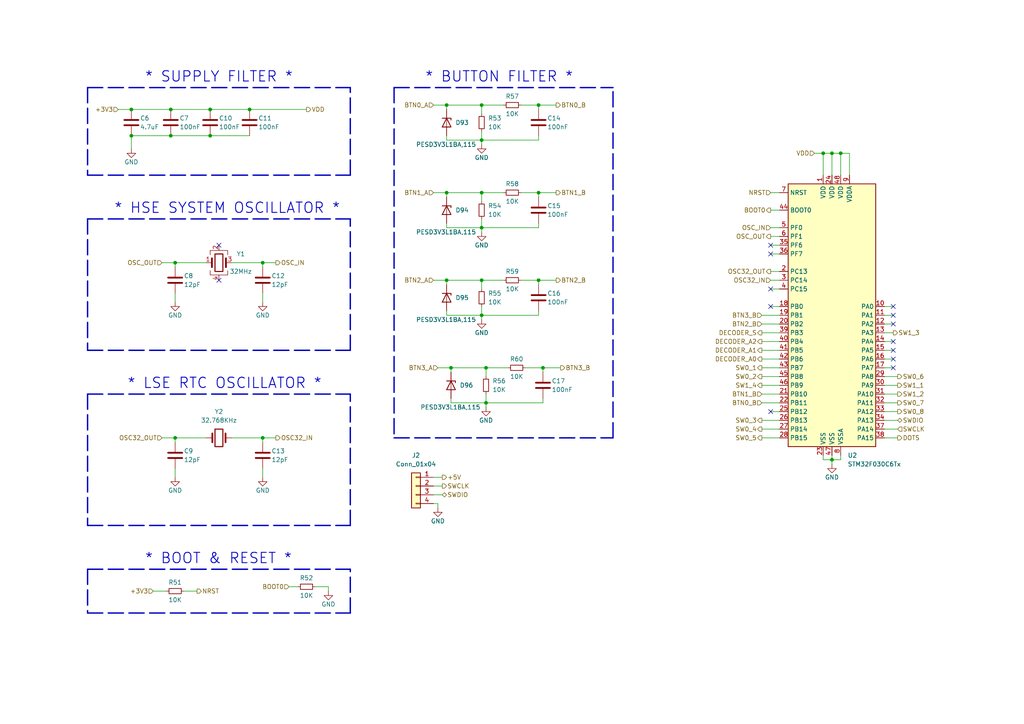
<source format=kicad_sch>
(kicad_sch (version 20211123) (generator eeschema)
  (paper "A4")
  (lib_symbols
    (symbol "Connector_Generic:Conn_01x04" (pin_names (offset 1.016) hide)
      (property "Reference" "J" (at 0 5.08 0))
      (property "Value" "Conn_01x04" (at 0 -7.62 0))
      (symbol "Conn_01x04_1_1"
        (rectangle (start -1.27 -4.953) (end 0 -5.207) (stroke (width 0.1524)))
        (rectangle (start -1.27 -2.413) (end 0 -2.667) (stroke (width 0.1524)))
        (rectangle (start -1.27 0.127) (end 0 -0.127) (stroke (width 0.1524)))
        (rectangle (start -1.27 2.667) (end 0 2.413) (stroke (width 0.1524)))
        (rectangle (start -1.27 3.81) (end 1.27 -6.35) (stroke (width 0.254)) (fill (type background)))
        (pin passive line (at -5.08 2.54 0) (length 3.81) (name "Pin_1") (number "1"))
        (pin passive line (at -5.08 0 0) (length 3.81) (name "Pin_2") (number "2"))
        (pin passive line (at -5.08 -2.54 0) (length 3.81) (name "Pin_3") (number "3"))
        (pin passive line (at -5.08 -5.08 0) (length 3.81) (name "Pin_4") (number "4"))
      )
    )
    (symbol "Device:C" (pin_numbers hide) (pin_names (offset 0.254))
      (property "Reference" "C" (at 0.635 2.54 0))
      (property "Value" "C" (at 0.635 -2.54 0))
      (symbol "C_0_1"
        (polyline (pts (xy -2.032 -0.762) (xy 2.032 -0.762)) (stroke (width 0.508)))
        (polyline (pts (xy -2.032 0.762) (xy 2.032 0.762)) (stroke (width 0.508)))
      )
      (symbol "C_1_1"
        (pin passive line (at 0 3.81 270) (length 2.794) (name "~") (number "1"))
        (pin passive line (at 0 -3.81 90) (length 2.794) (name "~") (number "2"))
      )
    )
    (symbol "Device:Crystal" (pin_numbers hide) (pin_names (offset 1.016) hide)
      (property "Reference" "Y" (at 0 3.81 0))
      (property "Value" "Crystal" (at 0 -3.81 0))
      (symbol "Crystal_0_1"
        (rectangle (start -1.143 2.54) (end 1.143 -2.54) (stroke (width 0.3048)))
        (polyline (pts (xy -2.54 0) (xy -1.905 0)))
        (polyline (pts (xy -1.905 -1.27) (xy -1.905 1.27)) (stroke (width 0.508)))
        (polyline (pts (xy 1.905 -1.27) (xy 1.905 1.27)) (stroke (width 0.508)))
        (polyline (pts (xy 2.54 0) (xy 1.905 0)))
      )
      (symbol "Crystal_1_1"
        (pin passive line (at -3.81 0 0) (length 1.27) (name "1") (number "1"))
        (pin passive line (at 3.81 0 180) (length 1.27) (name "2") (number "2"))
      )
    )
    (symbol "Device:Crystal_GND24" (pin_names (offset 1.016) hide)
      (property "Reference" "Y" (at 3.175 5.08 0))
      (property "Value" "Crystal_GND24" (at 3.175 3.175 0))
      (symbol "Crystal_GND24_0_1"
        (rectangle (start -1.143 2.54) (end 1.143 -2.54) (stroke (width 0.3048)))
        (polyline (pts (xy -2.54 0) (xy -2.032 0)))
        (polyline (pts (xy -2.032 -1.27) (xy -2.032 1.27)) (stroke (width 0.508)))
        (polyline (pts (xy 0 -3.81) (xy 0 -3.556)))
        (polyline (pts (xy 0 3.556) (xy 0 3.81)))
        (polyline (pts (xy 2.032 -1.27) (xy 2.032 1.27)) (stroke (width 0.508)))
        (polyline (pts (xy 2.032 0) (xy 2.54 0)))
        (polyline (pts (xy -2.54 -2.286) (xy -2.54 -3.556) (xy 2.54 -3.556) (xy 2.54 -2.286)))
        (polyline (pts (xy -2.54 2.286) (xy -2.54 3.556) (xy 2.54 3.556) (xy 2.54 2.286)))
      )
      (symbol "Crystal_GND24_1_1"
        (pin passive line (at -3.81 0 0) (length 1.27) (name "1") (number "1"))
        (pin passive line (at 0 5.08 270) (length 1.27) (name "2") (number "2"))
        (pin passive line (at 3.81 0 180) (length 1.27) (name "3") (number "3"))
        (pin passive line (at 0 -5.08 90) (length 1.27) (name "4") (number "4"))
      )
    )
    (symbol "Device:R_Small" (pin_numbers hide) (pin_names (offset 0.254) hide)
      (property "Reference" "R" (at 0.762 0.508 0))
      (property "Value" "R_Small" (at 0.762 -1.016 0))
      (symbol "R_Small_0_1"
        (rectangle (start -0.762 1.778) (end 0.762 -1.778) (stroke (width 0.2032)))
      )
      (symbol "R_Small_1_1"
        (pin passive line (at 0 2.54 270) (length 0.762) (name "~") (number "1"))
        (pin passive line (at 0 -2.54 90) (length 0.762) (name "~") (number "2"))
      )
    )
    (symbol "Diode:ESD5Zxx" (pin_numbers hide) (pin_names hide)
      (property "Reference" "D" (at 0 2.54 0))
      (property "Value" "ESD5Zxx" (at 0 -2.54 0))
      (symbol "ESD5Zxx_0_1"
        (polyline (pts (xy 1.27 0) (xy -1.27 0)))
        (polyline (pts (xy -1.27 -1.27) (xy -1.27 1.27) (xy -0.762 1.27)) (stroke (width 0.254)))
        (polyline (pts (xy 1.27 -1.27) (xy 1.27 1.27) (xy -1.27 0) (xy 1.27 -1.27)) (stroke (width 0.254)))
      )
      (symbol "ESD5Zxx_1_1"
        (pin passive line (at -3.81 0 0) (length 2.54) (name "K") (number "1"))
        (pin passive line (at 3.81 0 180) (length 2.54) (name "A") (number "2"))
      )
    )
    (symbol "MCU_ST_STM32F0:STM32F030C6Tx"
      (property "Reference" "U" (at -12.7 39.37 0))
      (property "Value" "STM32F030C6Tx" (at 7.62 39.37 0))
      (symbol "STM32F030C6Tx_0_1"
        (rectangle (start -12.7 -38.1) (end 12.7 38.1) (stroke (width 0.254)) (fill (type background)))
      )
      (symbol "STM32F030C6Tx_1_1"
        (pin power_in line (at -2.54 40.64 270) (length 2.54) (name "VDD") (number "1"))
        (pin bidirectional line (at 15.24 2.54 180) (length 2.54) (name "PA0") (number "10"))
        (pin bidirectional line (at 15.24 0 180) (length 2.54) (name "PA1") (number "11"))
        (pin bidirectional line (at 15.24 -2.54 180) (length 2.54) (name "PA2") (number "12"))
        (pin bidirectional line (at 15.24 -5.08 180) (length 2.54) (name "PA3") (number "13"))
        (pin bidirectional line (at 15.24 -7.62 180) (length 2.54) (name "PA4") (number "14"))
        (pin bidirectional line (at 15.24 -10.16 180) (length 2.54) (name "PA5") (number "15"))
        (pin bidirectional line (at 15.24 -12.7 180) (length 2.54) (name "PA6") (number "16"))
        (pin bidirectional line (at 15.24 -15.24 180) (length 2.54) (name "PA7") (number "17"))
        (pin bidirectional line (at -15.24 2.54 0) (length 2.54) (name "PB0") (number "18"))
        (pin bidirectional line (at -15.24 0 0) (length 2.54) (name "PB1") (number "19"))
        (pin bidirectional line (at -15.24 12.7 0) (length 2.54) (name "PC13") (number "2"))
        (pin bidirectional line (at -15.24 -2.54 0) (length 2.54) (name "PB2") (number "20"))
        (pin bidirectional line (at -15.24 -22.86 0) (length 2.54) (name "PB10") (number "21"))
        (pin bidirectional line (at -15.24 -25.4 0) (length 2.54) (name "PB11") (number "22"))
        (pin power_in line (at -2.54 -40.64 90) (length 2.54) (name "VSS") (number "23"))
        (pin power_in line (at 0 40.64 270) (length 2.54) (name "VDD") (number "24"))
        (pin bidirectional line (at -15.24 -27.94 0) (length 2.54) (name "PB12") (number "25"))
        (pin bidirectional line (at -15.24 -30.48 0) (length 2.54) (name "PB13") (number "26"))
        (pin bidirectional line (at -15.24 -33.02 0) (length 2.54) (name "PB14") (number "27"))
        (pin bidirectional line (at -15.24 -35.56 0) (length 2.54) (name "PB15") (number "28"))
        (pin bidirectional line (at 15.24 -17.78 180) (length 2.54) (name "PA8") (number "29"))
        (pin bidirectional line (at -15.24 10.16 0) (length 2.54) (name "PC14") (number "3"))
        (pin bidirectional line (at 15.24 -20.32 180) (length 2.54) (name "PA9") (number "30"))
        (pin bidirectional line (at 15.24 -22.86 180) (length 2.54) (name "PA10") (number "31"))
        (pin bidirectional line (at 15.24 -25.4 180) (length 2.54) (name "PA11") (number "32"))
        (pin bidirectional line (at 15.24 -27.94 180) (length 2.54) (name "PA12") (number "33"))
        (pin bidirectional line (at 15.24 -30.48 180) (length 2.54) (name "PA13") (number "34"))
        (pin bidirectional line (at -15.24 20.32 0) (length 2.54) (name "PF6") (number "35"))
        (pin bidirectional line (at -15.24 17.78 0) (length 2.54) (name "PF7") (number "36"))
        (pin bidirectional line (at 15.24 -33.02 180) (length 2.54) (name "PA14") (number "37"))
        (pin bidirectional line (at 15.24 -35.56 180) (length 2.54) (name "PA15") (number "38"))
        (pin bidirectional line (at -15.24 -5.08 0) (length 2.54) (name "PB3") (number "39"))
        (pin bidirectional line (at -15.24 7.62 0) (length 2.54) (name "PC15") (number "4"))
        (pin bidirectional line (at -15.24 -7.62 0) (length 2.54) (name "PB4") (number "40"))
        (pin bidirectional line (at -15.24 -10.16 0) (length 2.54) (name "PB5") (number "41"))
        (pin bidirectional line (at -15.24 -12.7 0) (length 2.54) (name "PB6") (number "42"))
        (pin bidirectional line (at -15.24 -15.24 0) (length 2.54) (name "PB7") (number "43"))
        (pin input line (at -15.24 30.48 0) (length 2.54) (name "BOOT0") (number "44"))
        (pin bidirectional line (at -15.24 -17.78 0) (length 2.54) (name "PB8") (number "45"))
        (pin bidirectional line (at -15.24 -20.32 0) (length 2.54) (name "PB9") (number "46"))
        (pin power_in line (at 0 -40.64 90) (length 2.54) (name "VSS") (number "47"))
        (pin power_in line (at 2.54 40.64 270) (length 2.54) (name "VDD") (number "48"))
        (pin input line (at -15.24 25.4 0) (length 2.54) (name "PF0") (number "5"))
        (pin input line (at -15.24 22.86 0) (length 2.54) (name "PF1") (number "6"))
        (pin input line (at -15.24 35.56 0) (length 2.54) (name "NRST") (number "7"))
        (pin power_in line (at 2.54 -40.64 90) (length 2.54) (name "VSSA") (number "8"))
        (pin power_in line (at 5.08 40.64 270) (length 2.54) (name "VDDA") (number "9"))
      )
    )
    (symbol "power:GND" (power) (pin_names (offset 0))
      (property "Value" "GND" (at 0 -3.81 0))
      (symbol "GND_0_1"
        (polyline (pts (xy 0 0) (xy 0 -1.27) (xy 1.27 -1.27) (xy 0 -2.54) (xy -1.27 -1.27) (xy 0 -1.27)))
      )
      (symbol "GND_1_1"
        (pin power_in line (at 0 0 270) (length 0) hide (name "GND") (number "1"))
      )
    )
  )
  (junction (at 76.2 76.2))
  (junction (at 139.7 55.88))
  (junction (at 139.7 66.04))
  (junction (at 49.53 39.37))
  (junction (at 139.7 40.64))
  (junction (at 72.39 31.75))
  (junction (at 241.3 44.45))
  (junction (at 157.48 106.68))
  (junction (at 156.21 30.48))
  (junction (at 156.21 81.28))
  (junction (at 241.3 133.35))
  (junction (at 49.53 31.75))
  (junction (at 139.7 91.44))
  (junction (at 130.81 106.68))
  (junction (at 60.96 31.75))
  (junction (at 140.97 116.84))
  (junction (at 129.54 55.88))
  (junction (at 76.2 127))
  (junction (at 50.8 76.2))
  (junction (at 139.7 30.48))
  (junction (at 243.84 44.45))
  (junction (at 38.1 31.75))
  (junction (at 60.96 39.37))
  (junction (at 140.97 106.68))
  (junction (at 50.8 127))
  (junction (at 238.76 44.45))
  (junction (at 38.1 39.37))
  (junction (at 139.7 81.28))
  (junction (at 129.54 81.28))
  (junction (at 156.21 55.88))
  (junction (at 129.54 30.48))
  (no_connect (at 259.08 93.98))
  (no_connect (at 63.5 81.28))
  (no_connect (at 223.52 119.38))
  (no_connect (at 63.5 71.12))
  (no_connect (at 259.08 88.9))
  (no_connect (at 223.52 83.82))
  (no_connect (at 223.52 71.12))
  (no_connect (at 259.08 91.44))
  (no_connect (at 223.52 73.66))
  (no_connect (at 259.08 101.6))
  (no_connect (at 259.08 99.06))
  (no_connect (at 223.52 88.9))
  (no_connect (at 259.08 104.14))
  (no_connect (at 259.08 106.68))
  (wire (pts (xy 220.98 109.22) (xy 226.06 109.22)))
  (wire (pts (xy 129.54 30.48) (xy 129.54 31.75)))
  (wire (pts (xy 223.52 71.12) (xy 226.06 71.12)))
  (wire (pts (xy 129.54 66.04) (xy 139.7 66.04)))
  (wire (pts (xy 223.52 68.58) (xy 226.06 68.58)))
  (wire (pts (xy 259.08 93.98) (xy 256.54 93.98)))
  (wire (pts (xy 139.7 88.9) (xy 139.7 91.44)))
  (wire (pts (xy 129.54 91.44) (xy 139.7 91.44)))
  (wire (pts (xy 243.84 44.45) (xy 243.84 50.8)))
  (wire (pts (xy 140.97 114.3) (xy 140.97 116.84)))
  (wire (pts (xy 236.22 44.45) (xy 238.76 44.45)))
  (wire (pts (xy 220.98 106.68) (xy 226.06 106.68)))
  (wire (pts (xy 223.52 73.66) (xy 226.06 73.66)))
  (wire (pts (xy 139.7 55.88) (xy 139.7 58.42)))
  (wire (pts (xy 238.76 44.45) (xy 238.76 50.8)))
  (wire (pts (xy 246.38 44.45) (xy 246.38 50.8)))
  (wire (pts (xy 125.73 143.51) (xy 128.27 143.51)))
  (wire (pts (xy 140.97 106.68) (xy 147.32 106.68)))
  (wire (pts (xy 156.21 66.04) (xy 156.21 64.77)))
  (wire (pts (xy 256.54 114.3) (xy 260.35 114.3)))
  (wire (pts (xy 91.44 170.18) (xy 95.25 170.18)))
  (wire (pts (xy 256.54 127) (xy 260.35 127)))
  (wire (pts (xy 139.7 91.44) (xy 156.21 91.44)))
  (wire (pts (xy 156.21 55.88) (xy 156.21 57.15)))
  (wire (pts (xy 256.54 124.46) (xy 260.35 124.46)))
  (wire (pts (xy 220.98 104.14) (xy 226.06 104.14)))
  (wire (pts (xy 127 146.05) (xy 125.73 146.05)))
  (polyline (pts (xy 114.3 25.4) (xy 177.8 25.4)) (stroke (width 0.4)))
  (wire (pts (xy 130.81 116.84) (xy 140.97 116.84)))
  (wire (pts (xy 259.08 104.14) (xy 256.54 104.14)))
  (wire (pts (xy 72.39 31.75) (xy 88.9 31.75)))
  (wire (pts (xy 125.73 30.48) (xy 129.54 30.48)))
  (wire (pts (xy 76.2 76.2) (xy 80.01 76.2)))
  (wire (pts (xy 260.35 109.22) (xy 256.54 109.22)))
  (polyline (pts (xy 114.3 25.4) (xy 114.3 127)) (stroke (width 0.4)))
  (wire (pts (xy 220.98 111.76) (xy 226.06 111.76)))
  (wire (pts (xy 50.8 135.89) (xy 50.8 138.43)))
  (wire (pts (xy 139.7 81.28) (xy 139.7 83.82)))
  (wire (pts (xy 140.97 106.68) (xy 140.97 109.22)))
  (wire (pts (xy 76.2 127) (xy 80.01 127)))
  (wire (pts (xy 238.76 132.08) (xy 238.76 133.35)))
  (wire (pts (xy 156.21 30.48) (xy 156.21 31.75)))
  (wire (pts (xy 157.48 116.84) (xy 157.48 115.57)))
  (wire (pts (xy 220.98 101.6) (xy 226.06 101.6)))
  (wire (pts (xy 139.7 81.28) (xy 146.05 81.28)))
  (wire (pts (xy 220.98 96.52) (xy 226.06 96.52)))
  (wire (pts (xy 226.06 127) (xy 220.98 127)))
  (wire (pts (xy 156.21 81.28) (xy 161.29 81.28)))
  (polyline (pts (xy 101.6 101.6) (xy 101.6 63.5)) (stroke (width 0.4)))
  (wire (pts (xy 243.84 133.35) (xy 243.84 132.08)))
  (wire (pts (xy 129.54 55.88) (xy 139.7 55.88)))
  (wire (pts (xy 139.7 41.91) (xy 139.7 40.64)))
  (polyline (pts (xy 25.4 101.6) (xy 101.6 101.6)) (stroke (width 0.4)))
  (wire (pts (xy 139.7 63.5) (xy 139.7 66.04)))
  (wire (pts (xy 151.13 55.88) (xy 156.21 55.88)))
  (wire (pts (xy 125.73 55.88) (xy 129.54 55.88)))
  (wire (pts (xy 238.76 44.45) (xy 241.3 44.45)))
  (wire (pts (xy 129.54 81.28) (xy 139.7 81.28)))
  (wire (pts (xy 140.97 118.11) (xy 140.97 116.84)))
  (polyline (pts (xy 25.4 25.4) (xy 25.4 50.8)) (stroke (width 0.4)))
  (wire (pts (xy 140.97 116.84) (xy 157.48 116.84)))
  (wire (pts (xy 220.98 116.84) (xy 226.06 116.84)))
  (wire (pts (xy 129.54 30.48) (xy 139.7 30.48)))
  (wire (pts (xy 259.08 101.6) (xy 256.54 101.6)))
  (polyline (pts (xy 25.4 114.3) (xy 25.4 152.4)) (stroke (width 0.4)))
  (wire (pts (xy 223.52 66.04) (xy 226.06 66.04)))
  (wire (pts (xy 130.81 106.68) (xy 130.81 107.95)))
  (polyline (pts (xy 177.8 127) (xy 177.8 25.4)) (stroke (width 0.4)))
  (wire (pts (xy 157.48 106.68) (xy 162.56 106.68)))
  (wire (pts (xy 130.81 106.68) (xy 140.97 106.68)))
  (wire (pts (xy 139.7 92.71) (xy 139.7 91.44)))
  (wire (pts (xy 156.21 91.44) (xy 156.21 90.17)))
  (wire (pts (xy 223.52 55.88) (xy 226.06 55.88)))
  (wire (pts (xy 95.25 170.18) (xy 95.25 171.45)))
  (wire (pts (xy 50.8 77.47) (xy 50.8 76.2)))
  (wire (pts (xy 256.54 119.38) (xy 260.35 119.38)))
  (wire (pts (xy 259.08 99.06) (xy 256.54 99.06)))
  (wire (pts (xy 259.08 106.68) (xy 256.54 106.68)))
  (wire (pts (xy 76.2 135.89) (xy 76.2 138.43)))
  (wire (pts (xy 151.13 30.48) (xy 156.21 30.48)))
  (wire (pts (xy 243.84 44.45) (xy 246.38 44.45)))
  (wire (pts (xy 76.2 77.47) (xy 76.2 76.2)))
  (wire (pts (xy 223.52 78.74) (xy 226.06 78.74)))
  (wire (pts (xy 129.54 40.64) (xy 139.7 40.64)))
  (wire (pts (xy 129.54 66.04) (xy 129.54 64.77)))
  (wire (pts (xy 129.54 91.44) (xy 129.54 90.17)))
  (wire (pts (xy 46.99 127) (xy 50.8 127)))
  (wire (pts (xy 259.08 96.52) (xy 256.54 96.52)))
  (wire (pts (xy 256.54 121.92) (xy 260.35 121.92)))
  (wire (pts (xy 125.73 138.43) (xy 128.27 138.43)))
  (wire (pts (xy 38.1 39.37) (xy 49.53 39.37)))
  (wire (pts (xy 223.52 60.96) (xy 226.06 60.96)))
  (wire (pts (xy 34.29 31.75) (xy 38.1 31.75)))
  (polyline (pts (xy 25.4 114.3) (xy 101.6 114.3)) (stroke (width 0.4)))
  (wire (pts (xy 241.3 50.8) (xy 241.3 44.45)))
  (wire (pts (xy 130.81 116.84) (xy 130.81 115.57)))
  (polyline (pts (xy 25.4 50.8) (xy 101.6 50.8)) (stroke (width 0.4)))
  (wire (pts (xy 256.54 116.84) (xy 260.35 116.84)))
  (polyline (pts (xy 25.4 152.4) (xy 101.6 152.4)) (stroke (width 0.4)))
  (polyline (pts (xy 25.4 63.5) (xy 25.4 101.6)) (stroke (width 0.4)))
  (polyline (pts (xy 25.4 63.5) (xy 101.6 63.5)) (stroke (width 0.4)))
  (wire (pts (xy 49.53 31.75) (xy 60.96 31.75)))
  (wire (pts (xy 226.06 124.46) (xy 220.98 124.46)))
  (wire (pts (xy 223.52 88.9) (xy 226.06 88.9)))
  (wire (pts (xy 156.21 55.88) (xy 161.29 55.88)))
  (polyline (pts (xy 25.4 25.4) (xy 101.6 25.4)) (stroke (width 0.4)))
  (polyline (pts (xy 25.4 165.1) (xy 25.4 177.8)) (stroke (width 0.4)))
  (wire (pts (xy 139.7 30.48) (xy 139.7 33.02)))
  (wire (pts (xy 238.76 133.35) (xy 241.3 133.35)))
  (wire (pts (xy 156.21 81.28) (xy 156.21 82.55)))
  (wire (pts (xy 46.99 76.2) (xy 50.8 76.2)))
  (wire (pts (xy 50.8 85.09) (xy 50.8 87.63)))
  (wire (pts (xy 156.21 40.64) (xy 156.21 39.37)))
  (wire (pts (xy 241.3 44.45) (xy 243.84 44.45)))
  (wire (pts (xy 57.15 171.45) (xy 53.34 171.45)))
  (wire (pts (xy 139.7 66.04) (xy 156.21 66.04)))
  (wire (pts (xy 241.3 133.35) (xy 241.3 134.62)))
  (wire (pts (xy 49.53 39.37) (xy 60.96 39.37)))
  (wire (pts (xy 259.08 88.9) (xy 256.54 88.9)))
  (polyline (pts (xy 101.6 152.4) (xy 101.6 114.3)) (stroke (width 0.4)))
  (polyline (pts (xy 114.3 127) (xy 177.8 127)) (stroke (width 0.4)))
  (wire (pts (xy 129.54 81.28) (xy 129.54 82.55)))
  (polyline (pts (xy 101.6 177.8) (xy 101.6 165.1)) (stroke (width 0.4)))
  (wire (pts (xy 220.98 99.06) (xy 226.06 99.06)))
  (wire (pts (xy 220.98 93.98) (xy 226.06 93.98)))
  (polyline (pts (xy 101.6 50.8) (xy 101.6 25.4)) (stroke (width 0.4)))
  (wire (pts (xy 76.2 85.09) (xy 76.2 87.63)))
  (wire (pts (xy 223.52 81.28) (xy 226.06 81.28)))
  (wire (pts (xy 129.54 55.88) (xy 129.54 57.15)))
  (wire (pts (xy 226.06 121.92) (xy 220.98 121.92)))
  (wire (pts (xy 156.21 30.48) (xy 161.29 30.48)))
  (wire (pts (xy 241.3 133.35) (xy 243.84 133.35)))
  (wire (pts (xy 151.13 81.28) (xy 156.21 81.28)))
  (wire (pts (xy 125.73 81.28) (xy 129.54 81.28)))
  (wire (pts (xy 50.8 128.27) (xy 50.8 127)))
  (polyline (pts (xy 25.4 177.8) (xy 101.6 177.8)) (stroke (width 0.4)))
  (wire (pts (xy 220.98 91.44) (xy 226.06 91.44)))
  (wire (pts (xy 127 106.68) (xy 130.81 106.68)))
  (wire (pts (xy 86.36 170.18) (xy 83.82 170.18)))
  (wire (pts (xy 152.4 106.68) (xy 157.48 106.68)))
  (wire (pts (xy 67.31 76.2) (xy 76.2 76.2)))
  (wire (pts (xy 127 147.32) (xy 127 146.05)))
  (wire (pts (xy 139.7 55.88) (xy 146.05 55.88)))
  (wire (pts (xy 125.73 140.97) (xy 128.27 140.97)))
  (wire (pts (xy 157.48 106.68) (xy 157.48 107.95)))
  (wire (pts (xy 259.08 91.44) (xy 256.54 91.44)))
  (wire (pts (xy 76.2 128.27) (xy 76.2 127)))
  (wire (pts (xy 241.3 132.08) (xy 241.3 133.35)))
  (wire (pts (xy 38.1 31.75) (xy 49.53 31.75)))
  (wire (pts (xy 139.7 38.1) (xy 139.7 40.64)))
  (wire (pts (xy 139.7 40.64) (xy 156.21 40.64)))
  (wire (pts (xy 67.31 127) (xy 76.2 127)))
  (wire (pts (xy 220.98 114.3) (xy 226.06 114.3)))
  (wire (pts (xy 38.1 39.37) (xy 38.1 43.18)))
  (wire (pts (xy 256.54 111.76) (xy 260.35 111.76)))
  (wire (pts (xy 139.7 30.48) (xy 146.05 30.48)))
  (wire (pts (xy 60.96 31.75) (xy 72.39 31.75)))
  (wire (pts (xy 139.7 67.31) (xy 139.7 66.04)))
  (wire (pts (xy 223.52 83.82) (xy 226.06 83.82)))
  (wire (pts (xy 50.8 76.2) (xy 59.69 76.2)))
  (wire (pts (xy 48.26 171.45) (xy 44.45 171.45)))
  (wire (pts (xy 223.52 119.38) (xy 226.06 119.38)))
  (wire (pts (xy 129.54 40.64) (xy 129.54 39.37)))
  (wire (pts (xy 60.96 39.37) (xy 72.39 39.37)))
  (polyline (pts (xy 25.4 165.1) (xy 101.6 165.1)) (stroke (width 0.4)))
  (wire (pts (xy 50.8 127) (xy 59.69 127)))
  (text "* SUPPLY FILTER *" (at 41.91 24.13 0) (effects (font (size 3 3) (thickness 0.254) bold) (justify left bottom)))
  (text "* BUTTON FILTER *" (at 123.19 24.13 0) (effects (font (size 3 3) (thickness 0.254) bold) (justify left bottom)))
  (text "* BOOT & RESET *" (at 41.91 163.83 0) (effects (font (size 3 3) (thickness 0.254) bold) (justify left bottom)))
  (text "* HSE SYSTEM OSCILLATOR *" (at 33.02 62.23 0) (effects (font (size 3 3) (thickness 0.254) bold) (justify left bottom)))
  (text "* LSE RTC OSCILLATOR *" (at 36.83 113.03 0) (effects (font (size 3 3) (thickness 0.254) bold) (justify left bottom)))
  (hierarchical_label "SW0_5" (shape output) (at 220.98 127 180))
  (hierarchical_label "DOTS" (shape output) (at 260.35 127 0))
  (hierarchical_label "DECODER_A1" (shape output) (at 220.98 101.6 180))
  (hierarchical_label "+3V3" (shape input) (at 34.29 31.75 180))
  (hierarchical_label "OSC_OUT" (shape input) (at 46.99 76.2 180))
  (hierarchical_label "SW0_2" (shape output) (at 220.98 109.22 180))
  (hierarchical_label "OSC_OUT" (shape output) (at 223.52 68.58 180))
  (hierarchical_label "NRST" (shape output) (at 57.15 171.45 0))
  (hierarchical_label "OSC32_IN" (shape input) (at 223.52 81.28 180))
  (hierarchical_label "SWCLK" (shape input) (at 260.35 124.46 0))
  (hierarchical_label "SW0_8" (shape output) (at 260.35 119.38 0))
  (hierarchical_label "SWDIO" (shape bidirectional) (at 128.27 143.51 0))
  (hierarchical_label "BTN1_B" (shape output) (at 161.29 55.88 0))
  (hierarchical_label "SWDIO" (shape bidirectional) (at 260.35 121.92 0))
  (hierarchical_label "BTN2_B" (shape input) (at 220.98 93.98 180))
  (hierarchical_label "BTN3_B" (shape output) (at 162.56 106.68 0))
  (hierarchical_label "+3V3" (shape input) (at 44.45 171.45 180))
  (hierarchical_label "BTN2_B" (shape output) (at 161.29 81.28 0))
  (hierarchical_label "BTN1_B" (shape input) (at 220.98 114.3 180))
  (hierarchical_label "+5V" (shape output) (at 128.27 138.43 0))
  (hierarchical_label "DECODER_A2" (shape output) (at 220.98 99.06 180))
  (hierarchical_label "VDD" (shape output) (at 88.9 31.75 0))
  (hierarchical_label "VDD" (shape input) (at 236.22 44.45 180))
  (hierarchical_label "SW0_1" (shape output) (at 220.98 106.68 180))
  (hierarchical_label "OSC_IN" (shape input) (at 223.52 66.04 180))
  (hierarchical_label "SW1_3" (shape output) (at 259.08 96.52 0))
  (hierarchical_label "BTN1_A" (shape input) (at 125.73 55.88 180))
  (hierarchical_label "SW0_4" (shape output) (at 220.98 124.46 180))
  (hierarchical_label "DECODER_A0" (shape output) (at 220.98 104.14 180))
  (hierarchical_label "BTN3_B" (shape input) (at 220.98 91.44 180))
  (hierarchical_label "BTN0_B" (shape input) (at 220.98 116.84 180))
  (hierarchical_label "DECODER_S" (shape output) (at 220.98 96.52 180))
  (hierarchical_label "SW1_2" (shape output) (at 260.35 114.3 0))
  (hierarchical_label "BTN2_A" (shape input) (at 125.73 81.28 180))
  (hierarchical_label "BTN0_B" (shape output) (at 161.29 30.48 0))
  (hierarchical_label "SW1_4" (shape output) (at 220.98 111.76 180))
  (hierarchical_label "OSC32_IN" (shape output) (at 80.01 127 0))
  (hierarchical_label "NRST" (shape input) (at 223.52 55.88 180))
  (hierarchical_label "OSC32_OUT" (shape output) (at 223.52 78.74 180))
  (hierarchical_label "OSC32_OUT" (shape input) (at 46.99 127 180))
  (hierarchical_label "BOOT0" (shape input) (at 83.82 170.18 180))
  (hierarchical_label "SWCLK" (shape output) (at 128.27 140.97 0))
  (hierarchical_label "BTN0_A" (shape input) (at 125.73 30.48 180))
  (hierarchical_label "BOOT0" (shape output) (at 223.52 60.96 180))
  (hierarchical_label "SW0_3" (shape output) (at 220.98 121.92 180))
  (hierarchical_label "OSC_IN" (shape output) (at 80.01 76.2 0))
  (hierarchical_label "SW0_6" (shape output) (at 260.35 109.22 0))
  (hierarchical_label "SW0_7" (shape output) (at 260.35 116.84 0))
  (hierarchical_label "BTN3_A" (shape input) (at 127 106.68 180))
  (hierarchical_label "SW1_1" (shape output) (at 260.35 111.76 0))
  (symbol (lib_id "Device:C") (at 38.1 35.56 0) (unit 1)
    (property "Reference" "C6" (at 40.64 34.29 0) (effects (justify left)))
    (property "Value" "4.7uF" (at 40.64 36.83 0) (effects (justify left)))
    (property "Footprint" "Capacitor_SMD:C_0603_1608Metric" (effects hide))
    (property "Datasheet" "https://ozdisan.com/pasif-komponentler/kapasitorler/smt-smd-ve-mlcc-kapasitorler/CL10A475KP8NNNC/399400" (effects hide))
  )
  (symbol (lib_id "Device:R_Small") (at 50.8 171.45 270) (unit 1)
    (property "Reference" "R51" (at 50.8 168.91 90))
    (property "Value" "10K" (at 50.8 173.99 90))
    (property "Footprint" "Resistor_SMD:R_0603_1608Metric" (effects hide))
    (property "Datasheet" "https://ozdisan.com/pasif-komponentler/direncler/smt-smd-ve-cip-direncler/0603SAJ0103T5E/336243" (effects hide))
  )
  (symbol (lib_id "Device:R_Small") (at 148.59 30.48 90) (unit 1)
    (property "Reference" "R57" (at 148.59 27.94 90))
    (property "Value" "10K" (at 148.59 33.02 90))
    (property "Footprint" "Resistor_SMD:R_0603_1608Metric" (effects hide))
    (property "Datasheet" "https://ozdisan.com/pasif-komponentler/direncler/smt-smd-ve-cip-direncler/0603SAJ0103T5E/336243" (effects hide))
  )
  (symbol (lib_id "Device:C") (at 60.96 35.56 0) (unit 1)
    (property "Reference" "C10" (at 63.5 34.29 0) (effects (justify left)))
    (property "Value" "100nF" (at 63.5 36.83 0) (effects (justify left)))
    (property "Footprint" "Capacitor_SMD:C_0603_1608Metric" (effects hide))
    (property "Datasheet" "https://ozdisan.com/pasif-komponentler/kapasitorler/smt-smd-ve-mlcc-kapasitorler/CL10B104KO8NNNC/342155" (effects hide))
  )
  (symbol (lib_id "Device:C") (at 49.53 35.56 0) (unit 1)
    (property "Reference" "C7" (at 52.07 34.29 0) (effects (justify left)))
    (property "Value" "100nF" (at 52.07 36.83 0) (effects (justify left)))
    (property "Footprint" "Capacitor_SMD:C_0603_1608Metric" (effects hide))
    (property "Datasheet" "https://ozdisan.com/pasif-komponentler/kapasitorler/smt-smd-ve-mlcc-kapasitorler/CL10B104KO8NNNC/342155" (effects hide))
  )
  (symbol (lib_id "Device:C") (at 157.48 111.76 0) (unit 1)
    (property "Reference" "C17" (at 160.02 110.49 0) (effects (justify left)))
    (property "Value" "100nF" (at 160.02 113.03 0) (effects (justify left)))
    (property "Footprint" "Capacitor_SMD:C_0603_1608Metric" (effects hide))
    (property "Datasheet" "https://ozdisan.com/pasif-komponentler/kapasitorler/smt-smd-ve-mlcc-kapasitorler/CL10B104KO8NNNC/342155" (effects hide))
  )
  (symbol (lib_id "Device:R_Small") (at 88.9 170.18 270) (unit 1)
    (property "Reference" "R52" (at 88.9 167.64 90))
    (property "Value" "10K" (at 88.9 172.72 90))
    (property "Footprint" "Resistor_SMD:R_0603_1608Metric" (effects hide))
    (property "Datasheet" "https://ozdisan.com/pasif-komponentler/direncler/smt-smd-ve-cip-direncler/0603SAJ0103T5E/336243" (effects hide))
  )
  (symbol (lib_id "power:GND") (at 95.25 171.45 0) (unit 1)
    (property "Reference" "#PWR028" (effects hide))
    (property "Value" "GND" (at 95.25 175.26 0))
  )
  (symbol (lib_id "Diode:ESD5Zxx") (at 129.54 35.56 270) (unit 1)
    (property "Reference" "D93" (at 132.08 35.56 90) (effects (justify left)))
    (property "Value" "PESD3V3L1BA,115" (at 120.65 41.91 90) (effects (justify left)))
    (property "Footprint" "Diode_SMD:D_SOD-323_HandSoldering" (effects hide))
    (property "Datasheet" "https://ozdisan.com/guc-yari-iletkenleri/diyotlar-modul-diyotlar-ve-dogrultucular/tvs-diyotlar/PESD3V3L1BA115/423535" (effects hide))
  )
  (symbol (lib_id "Device:C") (at 156.21 60.96 0) (unit 1)
    (property "Reference" "C15" (at 158.75 59.69 0) (effects (justify left)))
    (property "Value" "100nF" (at 158.75 62.23 0) (effects (justify left)))
    (property "Footprint" "Capacitor_SMD:C_0603_1608Metric" (effects hide))
    (property "Datasheet" "https://ozdisan.com/pasif-komponentler/kapasitorler/smt-smd-ve-mlcc-kapasitorler/CL10B104KO8NNNC/342155" (effects hide))
  )
  (symbol (lib_id "Device:R_Small") (at 139.7 86.36 0) (unit 1)
    (property "Reference" "R55" (at 143.51 85.09 0))
    (property "Value" "10K" (at 143.51 87.63 0))
    (property "Footprint" "Resistor_SMD:R_0603_1608Metric" (effects hide))
    (property "Datasheet" "https://ozdisan.com/pasif-komponentler/direncler/smt-smd-ve-cip-direncler/0603SAJ0103T5E/336243" (effects hide))
  )
  (symbol (lib_id "Diode:ESD5Zxx") (at 129.54 60.96 270) (unit 1)
    (property "Reference" "D94" (at 132.08 60.96 90) (effects (justify left)))
    (property "Value" "PESD3V3L1BA,115" (at 120.65 67.31 90) (effects (justify left)))
    (property "Footprint" "Diode_SMD:D_SOD-323_HandSoldering" (effects hide))
    (property "Datasheet" "https://ozdisan.com/guc-yari-iletkenleri/diyotlar-modul-diyotlar-ve-dogrultucular/tvs-diyotlar/PESD3V3L1BA115/423535" (effects hide))
  )
  (symbol (lib_id "Connector_Generic:Conn_01x04") (at 120.65 140.97 0) (mirror y) (unit 1)
    (property "Reference" "J2" (at 120.65 132.08 0))
    (property "Value" "Conn_01x04" (at 120.65 134.62 0))
    (property "Footprint" "Connector_PinHeader_2.54mm:PinHeader_1x04_P2.54mm_Vertical" (effects hide))
  )
  (symbol (lib_id "power:GND") (at 139.7 41.91 0) (unit 1)
    (property "Reference" "#PWR030" (effects hide))
    (property "Value" "GND" (at 139.7 45.72 0))
  )
  (symbol (lib_id "power:GND") (at 50.8 87.63 0) (unit 1)
    (property "Reference" "#PWR024" (effects hide))
    (property "Value" "GND" (at 50.8 91.44 0))
  )
  (symbol (lib_id "Device:R_Small") (at 149.86 106.68 90) (unit 1)
    (property "Reference" "R60" (at 149.86 104.14 90))
    (property "Value" "10K" (at 149.86 109.22 90))
    (property "Footprint" "Resistor_SMD:R_0603_1608Metric" (effects hide))
    (property "Datasheet" "https://ozdisan.com/pasif-komponentler/direncler/smt-smd-ve-cip-direncler/0603SAJ0103T5E/336243" (effects hide))
  )
  (symbol (lib_id "Device:C") (at 76.2 81.28 0) (unit 1)
    (property "Reference" "C12" (at 78.74 80.01 0) (effects (justify left)))
    (property "Value" "12pF" (at 78.74 82.55 0) (effects (justify left)))
    (property "Footprint" "Capacitor_SMD:C_0603_1608Metric" (effects hide))
    (property "Datasheet" "https://ozdisan.com/pasif-komponentler/kapasitorler/smt-smd-ve-mlcc-kapasitorler/CL10C120JB8NNNC/339070" (effects hide))
  )
  (symbol (lib_id "Diode:ESD5Zxx") (at 130.81 111.76 270) (unit 1)
    (property "Reference" "D96" (at 133.35 111.76 90) (effects (justify left)))
    (property "Value" "PESD3V3L1BA,115" (at 121.92 118.11 90) (effects (justify left)))
    (property "Footprint" "Diode_SMD:D_SOD-323_HandSoldering" (effects hide))
    (property "Datasheet" "https://ozdisan.com/guc-yari-iletkenleri/diyotlar-modul-diyotlar-ve-dogrultucular/tvs-diyotlar/PESD3V3L1BA115/423535" (effects hide))
  )
  (symbol (lib_id "MCU_ST_STM32F0:STM32F030C6Tx") (at 241.3 91.44 0) (unit 1)
    (property "Reference" "U2" (at 245.8594 132.08 0) (effects (justify left)))
    (property "Value" "STM32F030C6Tx" (at 245.8594 134.62 0) (effects (justify left)))
    (property "Footprint" "Package_QFP:LQFP-48_7x7mm_P0.5mm" (effects hide))
    (property "Datasheet" "https://ozdisan.com/entegre-devreler-icler/embedded-entegreler/mikroislemciler/STM32F030C6T6/462740" (effects hide))
  )
  (symbol (lib_id "Device:Crystal_GND24") (at 63.5 76.2 0) (unit 1)
    (property "Reference" "Y1" (at 69.85 73.66 0))
    (property "Value" "32MHz" (at 69.85 78.74 0))
    (property "Footprint" "Crystal:Crystal_SMD_SeikoEpson_FA238-4Pin_3.2x2.5mm" (effects hide))
    (property "Datasheet" "https://ozdisan.com/pasif-komponentler/kristaller-osilatorler-ve-rezanatorler/kristaller/ASX3F-32M-FA100A4/428916" (effects hide))
  )
  (symbol (lib_id "power:GND") (at 139.7 92.71 0) (unit 1)
    (property "Reference" "#PWR032" (effects hide))
    (property "Value" "GND" (at 139.7 96.52 0))
  )
  (symbol (lib_id "Device:Crystal") (at 63.5 127 0) (unit 1)
    (property "Reference" "Y2" (at 63.5 119.38 0))
    (property "Value" "32.768KHz" (at 63.5 121.92 0))
    (property "Footprint" "Crystal:Crystal_SMD_3215-2Pin_3.2x1.5mm" (effects hide))
    (property "Datasheet" "https://ozdisan.com/pasif-komponentler/kristaller-osilatorler-ve-rezanatorler/kristaller/RT3215-32-768-12-5-TR/341643" (effects hide))
  )
  (symbol (lib_id "power:GND") (at 38.1 43.18 0) (unit 1)
    (property "Reference" "#PWR023" (effects hide))
    (property "Value" "GND" (at 38.1 46.99 0))
  )
  (symbol (lib_id "power:GND") (at 50.8 138.43 0) (unit 1)
    (property "Reference" "#PWR025" (effects hide))
    (property "Value" "GND" (at 50.8 142.24 0))
  )
  (symbol (lib_id "Device:R_Small") (at 140.97 111.76 0) (unit 1)
    (property "Reference" "R56" (at 144.78 110.49 0))
    (property "Value" "10K" (at 144.78 113.03 0))
    (property "Footprint" "Resistor_SMD:R_0603_1608Metric" (effects hide))
    (property "Datasheet" "https://ozdisan.com/pasif-komponentler/direncler/smt-smd-ve-cip-direncler/0603SAJ0103T5E/336243" (effects hide))
  )
  (symbol (lib_id "power:GND") (at 76.2 87.63 0) (unit 1)
    (property "Reference" "#PWR026" (effects hide))
    (property "Value" "GND" (at 76.2 91.44 0))
  )
  (symbol (lib_id "power:GND") (at 241.3 134.62 0) (unit 1)
    (property "Reference" "#PWR034" (effects hide))
    (property "Value" "GND" (at 241.3 138.43 0))
  )
  (symbol (lib_id "Device:C") (at 50.8 132.08 0) (unit 1)
    (property "Reference" "C9" (at 53.34 130.81 0) (effects (justify left)))
    (property "Value" "12pF" (at 53.34 133.35 0) (effects (justify left)))
    (property "Footprint" "Capacitor_SMD:C_0603_1608Metric" (effects hide))
    (property "Datasheet" "https://ozdisan.com/pasif-komponentler/kapasitorler/smt-smd-ve-mlcc-kapasitorler/CL10C120JB8NNNC/339070" (effects hide))
  )
  (symbol (lib_id "Device:R_Small") (at 139.7 35.56 0) (unit 1)
    (property "Reference" "R53" (at 143.51 34.29 0))
    (property "Value" "10K" (at 143.51 36.83 0))
    (property "Footprint" "Resistor_SMD:R_0603_1608Metric" (effects hide))
    (property "Datasheet" "https://ozdisan.com/pasif-komponentler/direncler/smt-smd-ve-cip-direncler/0603SAJ0103T5E/336243" (effects hide))
  )
  (symbol (lib_id "Device:R_Small") (at 148.59 81.28 90) (unit 1)
    (property "Reference" "R59" (at 148.59 78.74 90))
    (property "Value" "10K" (at 148.59 83.82 90))
    (property "Footprint" "Resistor_SMD:R_0603_1608Metric" (effects hide))
    (property "Datasheet" "https://ozdisan.com/pasif-komponentler/direncler/smt-smd-ve-cip-direncler/0603SAJ0103T5E/336243" (effects hide))
  )
  (symbol (lib_id "Device:C") (at 156.21 35.56 0) (unit 1)
    (property "Reference" "C14" (at 158.75 34.29 0) (effects (justify left)))
    (property "Value" "100nF" (at 158.75 36.83 0) (effects (justify left)))
    (property "Footprint" "Capacitor_SMD:C_0603_1608Metric" (effects hide))
    (property "Datasheet" "https://ozdisan.com/pasif-komponentler/kapasitorler/smt-smd-ve-mlcc-kapasitorler/CL10B104KO8NNNC/342155" (effects hide))
  )
  (symbol (lib_id "power:GND") (at 76.2 138.43 0) (unit 1)
    (property "Reference" "#PWR027" (effects hide))
    (property "Value" "GND" (at 76.2 142.24 0))
  )
  (symbol (lib_id "Device:C") (at 156.21 86.36 0) (unit 1)
    (property "Reference" "C16" (at 158.75 85.09 0) (effects (justify left)))
    (property "Value" "100nF" (at 158.75 87.63 0) (effects (justify left)))
    (property "Footprint" "Capacitor_SMD:C_0603_1608Metric" (effects hide))
    (property "Datasheet" "https://ozdisan.com/pasif-komponentler/kapasitorler/smt-smd-ve-mlcc-kapasitorler/CL10B104KO8NNNC/342155" (effects hide))
  )
  (symbol (lib_id "Device:R_Small") (at 148.59 55.88 90) (unit 1)
    (property "Reference" "R58" (at 148.59 53.34 90))
    (property "Value" "10K" (at 148.59 58.42 90))
    (property "Footprint" "Resistor_SMD:R_0603_1608Metric" (effects hide))
    (property "Datasheet" "https://ozdisan.com/pasif-komponentler/direncler/smt-smd-ve-cip-direncler/0603SAJ0103T5E/336243" (effects hide))
  )
  (symbol (lib_id "Device:C") (at 72.39 35.56 0) (unit 1)
    (property "Reference" "C11" (at 74.93 34.29 0) (effects (justify left)))
    (property "Value" "100nF" (at 74.93 36.83 0) (effects (justify left)))
    (property "Footprint" "Capacitor_SMD:C_0603_1608Metric" (effects hide))
    (property "Datasheet" "https://ozdisan.com/pasif-komponentler/kapasitorler/smt-smd-ve-mlcc-kapasitorler/CL10B104KO8NNNC/342155" (effects hide))
  )
  (symbol (lib_id "Diode:ESD5Zxx") (at 129.54 86.36 270) (unit 1)
    (property "Reference" "D95" (at 132.08 86.36 90) (effects (justify left)))
    (property "Value" "PESD3V3L1BA,115" (at 120.65 92.71 90) (effects (justify left)))
    (property "Footprint" "Diode_SMD:D_SOD-323_HandSoldering" (effects hide))
    (property "Datasheet" "https://ozdisan.com/guc-yari-iletkenleri/diyotlar-modul-diyotlar-ve-dogrultucular/tvs-diyotlar/PESD3V3L1BA115/423535" (effects hide))
  )
  (symbol (lib_id "Device:C") (at 76.2 132.08 0) (unit 1)
    (property "Reference" "C13" (at 78.74 130.81 0) (effects (justify left)))
    (property "Value" "12pF" (at 78.74 133.35 0) (effects (justify left)))
    (property "Footprint" "Capacitor_SMD:C_0603_1608Metric" (effects hide))
    (property "Datasheet" "https://ozdisan.com/pasif-komponentler/kapasitorler/smt-smd-ve-mlcc-kapasitorler/CL10C120JB8NNNC/339070" (effects hide))
  )
  (symbol (lib_id "Device:C") (at 50.8 81.28 0) (unit 1)
    (property "Reference" "C8" (at 53.34 80.01 0) (effects (justify left)))
    (property "Value" "12pF" (at 53.34 82.55 0) (effects (justify left)))
    (property "Footprint" "Capacitor_SMD:C_0603_1608Metric" (effects hide))
    (property "Datasheet" "https://ozdisan.com/pasif-komponentler/kapasitorler/smt-smd-ve-mlcc-kapasitorler/CL10C120JB8NNNC/339070" (effects hide))
  )
  (symbol (lib_id "Device:R_Small") (at 139.7 60.96 0) (unit 1)
    (property "Reference" "R54" (at 143.51 59.69 0))
    (property "Value" "10K" (at 143.51 62.23 0))
    (property "Footprint" "Resistor_SMD:R_0603_1608Metric" (effects hide))
    (property "Datasheet" "https://ozdisan.com/pasif-komponentler/direncler/smt-smd-ve-cip-direncler/0603SAJ0103T5E/336243" (effects hide))
  )
  (symbol (lib_id "power:GND") (at 140.97 118.11 0) (unit 1)
    (property "Reference" "#PWR033" (effects hide))
    (property "Value" "GND" (at 140.97 121.92 0))
  )
  (symbol (lib_id "power:GND") (at 127 147.32 0) (unit 1)
    (property "Reference" "#PWR029" (effects hide))
    (property "Value" "GND" (at 127 151.13 0))
  )
  (symbol (lib_id "power:GND") (at 139.7 67.31 0) (unit 1)
    (property "Reference" "#PWR031" (effects hide))
    (property "Value" "GND" (at 139.7 71.12 0))
  )
)
</source>
